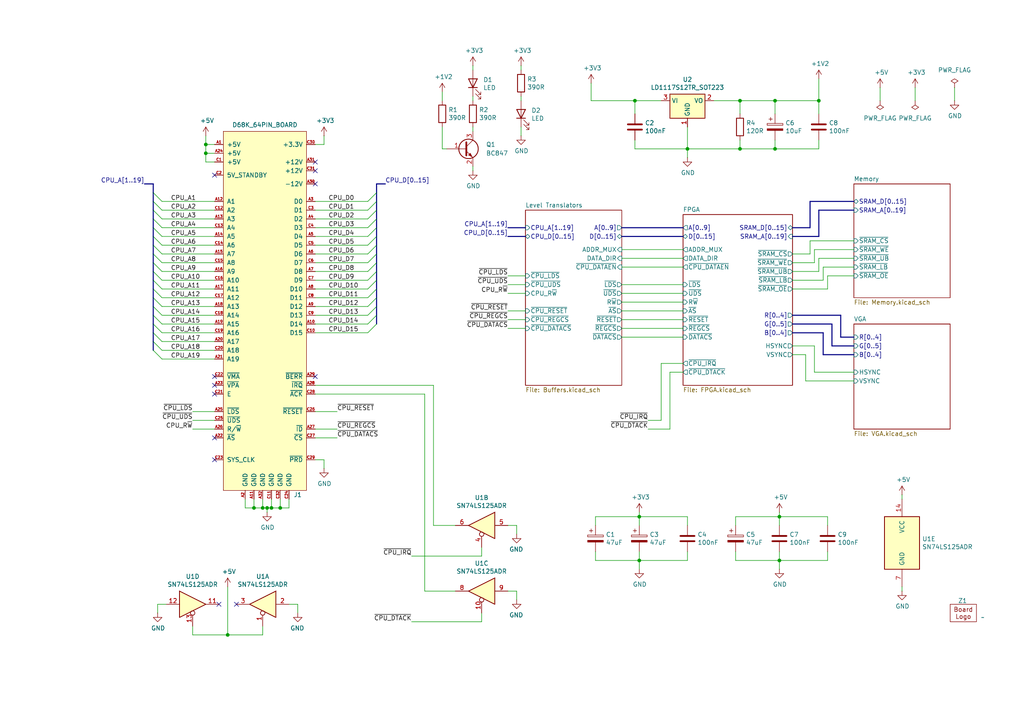
<source format=kicad_sch>
(kicad_sch (version 20250114) (generator "eeschema") (generator_version "9.0")
  (paper "A4")
  (lib_symbols
    (symbol "74xx:74LS125" (pin_names (offset 1.016))
      (property "Reference" "U" (at 0 1.27 0))
      (property "Value" "74LS125" (at 0 -1.27 0))
      (symbol "74LS125_1_0"
        (polyline (pts (xy -3.81 3.81) (xy -3.81 -3.81) (xy 3.81 0) (xy -3.81 3.81)) (stroke (width 0.254)) (fill (type background)))
        (pin input line (at -7.62 0 0) (length 3.81) (name "~") (number "2"))
        (pin input inverted (at 0 -6.35 90) (length 4.445) (name "~") (number "1"))
        (pin tri_state line (at 7.62 0 180) (length 3.81) (name "~") (number "3"))
      )
      (symbol "74LS125_2_0"
        (polyline (pts (xy -3.81 3.81) (xy -3.81 -3.81) (xy 3.81 0) (xy -3.81 3.81)) (stroke (width 0.254)) (fill (type background)))
        (pin input line (at -7.62 0 0) (length 3.81) (name "~") (number "5"))
        (pin input inverted (at 0 -6.35 90) (length 4.445) (name "~") (number "4"))
        (pin tri_state line (at 7.62 0 180) (length 3.81) (name "~") (number "6"))
      )
      (symbol "74LS125_3_0"
        (polyline (pts (xy -3.81 3.81) (xy -3.81 -3.81) (xy 3.81 0) (xy -3.81 3.81)) (stroke (width 0.254)) (fill (type background)))
        (pin input line (at -7.62 0 0) (length 3.81) (name "~") (number "9"))
        (pin input inverted (at 0 -6.35 90) (length 4.445) (name "~") (number "10"))
        (pin tri_state line (at 7.62 0 180) (length 3.81) (name "~") (number "8"))
      )
      (symbol "74LS125_4_0"
        (polyline (pts (xy -3.81 3.81) (xy -3.81 -3.81) (xy 3.81 0) (xy -3.81 3.81)) (stroke (width 0.254)) (fill (type background)))
        (pin input line (at -7.62 0 0) (length 3.81) (name "~") (number "12"))
        (pin input inverted (at 0 -6.35 90) (length 4.445) (name "~") (number "13"))
        (pin tri_state line (at 7.62 0 180) (length 3.81) (name "~") (number "11"))
      )
      (symbol "74LS125_5_0"
        (pin power_in line (at 0 12.7 270) (length 5.08) (name "VCC") (number "14"))
        (pin power_in line (at 0 -12.7 90) (length 5.08) (name "GND") (number "7"))
      )
      (symbol "74LS125_5_1"
        (rectangle (start -5.08 7.62) (end 5.08 -7.62) (stroke (width 0.254)) (fill (type background)))
      )
    )
    (symbol "Ddraig:D68K_64PIN_BOARD" (pin_names (offset 1.016))
      (property "Reference" "J" (at -11.43 53.34 0))
      (property "Value" "D68K_64PIN_BOARD" (at -2.54 50.8 0))
      (symbol "D68K_64PIN_BOARD_0_1"
        (rectangle (start -12.7 48.26) (end 11.43 -55.88) (fill (type background)))
      )
      (symbol "D68K_64PIN_BOARD_1_1"
        (pin power_in line (at -15.24 44.45 0) (length 2.54) (name "+5V") (number "A1"))
        (pin power_in line (at -15.24 41.91 0) (length 2.54) (name "+5V") (number "A24"))
        (pin power_in line (at -15.24 39.37 0) (length 2.54) (name "+5V") (number "C1"))
        (pin power_in line (at -15.24 35.56 0) (length 2.54) (name "5V_STANDBY") (number "C2"))
        (pin output line (at -15.24 27.94 0) (length 2.54) (name "A1") (number "A12"))
        (pin output line (at -15.24 25.4 0) (length 2.54) (name "A2") (number "C12"))
        (pin output line (at -15.24 22.86 0) (length 2.54) (name "A3") (number "A13"))
        (pin output line (at -15.24 20.32 0) (length 2.54) (name "A4") (number "C13"))
        (pin output line (at -15.24 17.78 0) (length 2.54) (name "A5") (number "A14"))
        (pin output line (at -15.24 15.24 0) (length 2.54) (name "A6") (number "C14"))
        (pin output line (at -15.24 12.7 0) (length 2.54) (name "A7") (number "A15"))
        (pin output line (at -15.24 10.16 0) (length 2.54) (name "A8") (number "C15"))
        (pin output line (at -15.24 7.62 0) (length 2.54) (name "A9") (number "A16"))
        (pin output line (at -15.24 5.08 0) (length 2.54) (name "A10") (number "C16"))
        (pin output line (at -15.24 2.54 0) (length 2.54) (name "A11") (number "A17"))
        (pin output line (at -15.24 0 0) (length 2.54) (name "A12") (number "C17"))
        (pin output line (at -15.24 -2.54 0) (length 2.54) (name "A13") (number "A18"))
        (pin output line (at -15.24 -5.08 0) (length 2.54) (name "A14") (number "C18"))
        (pin output line (at -15.24 -7.62 0) (length 2.54) (name "A15") (number "A19"))
        (pin output line (at -15.24 -10.16 0) (length 2.54) (name "A16") (number "C19"))
        (pin output line (at -15.24 -12.7 0) (length 2.54) (name "A17") (number "A20"))
        (pin output line (at -15.24 -15.24 0) (length 2.54) (name "A18") (number "C20"))
        (pin output line (at -15.24 -17.78 0) (length 2.54) (name "A19") (number "A21"))
        (pin output line (at -15.24 -22.86 0) (length 2.54) (name "~{VMA}") (number "C22"))
        (pin output line (at -15.24 -25.4 0) (length 2.54) (name "~{VPA}") (number "A23"))
        (pin output line (at -15.24 -27.94 0) (length 2.54) (name "E") (number "C21"))
        (pin output line (at -15.24 -33.02 0) (length 2.54) (name "~{LDS}") (number "A25"))
        (pin output line (at -15.24 -35.56 0) (length 2.54) (name "~{UDS}") (number "C25"))
        (pin output line (at -15.24 -38.1 0) (length 2.54) (name "R/~{W}") (number "A26"))
        (pin output line (at -15.24 -40.64 0) (length 2.54) (name "~{AS}") (number "A22"))
        (pin output line (at -15.24 -46.99 0) (length 2.54) (name "SYS_CLK") (number "C23"))
        (pin power_in line (at -6.35 -58.42 90) (length 2.54) (name "GND") (number "A2"))
        (pin power_in line (at -3.81 -58.42 90) (length 2.54) (name "GND") (number "A11"))
        (pin power_in line (at -1.27 -58.42 90) (length 2.54) (name "GND") (number "A32"))
        (pin power_in line (at 1.27 -58.42 90) (length 2.54) (name "GND") (number "C11"))
        (pin power_in line (at 3.81 -58.42 90) (length 2.54) (name "GND") (number "C32"))
        (pin power_in line (at 6.35 -58.42 90) (length 2.54) (name "GND") (number "C24"))
        (pin power_in line (at 13.97 44.45 180) (length 2.54) (name "+3.3V") (number "C30"))
        (pin power_in line (at 13.97 39.37 180) (length 2.54) (name "+12V") (number "A31"))
        (pin power_in line (at 13.97 36.83 180) (length 2.54) (name "+12V") (number "C31"))
        (pin power_in line (at 13.97 33.02 180) (length 2.54) (name "-12V") (number "A30"))
        (pin bidirectional line (at 13.97 27.94 180) (length 2.54) (name "D0") (number "A3"))
        (pin bidirectional line (at 13.97 25.4 180) (length 2.54) (name "D1") (number "C3"))
        (pin bidirectional line (at 13.97 22.86 180) (length 2.54) (name "D2") (number "A4"))
        (pin bidirectional line (at 13.97 20.32 180) (length 2.54) (name "D3") (number "C4"))
        (pin bidirectional line (at 13.97 17.78 180) (length 2.54) (name "D4") (number "A5"))
        (pin bidirectional line (at 13.97 15.24 180) (length 2.54) (name "D5") (number "C5"))
        (pin bidirectional line (at 13.97 12.7 180) (length 2.54) (name "D6") (number "A6"))
        (pin bidirectional line (at 13.97 10.16 180) (length 2.54) (name "D7") (number "C6"))
        (pin bidirectional line (at 13.97 7.62 180) (length 2.54) (name "D8") (number "A7"))
        (pin bidirectional line (at 13.97 5.08 180) (length 2.54) (name "D9") (number "C7"))
        (pin bidirectional line (at 13.97 2.54 180) (length 2.54) (name "D10") (number "A8"))
        (pin bidirectional line (at 13.97 0 180) (length 2.54) (name "D11") (number "C8"))
        (pin bidirectional line (at 13.97 -2.54 180) (length 2.54) (name "D12") (number "A9"))
        (pin bidirectional line (at 13.97 -5.08 180) (length 2.54) (name "D13") (number "C9"))
        (pin bidirectional line (at 13.97 -7.62 180) (length 2.54) (name "D14") (number "A10"))
        (pin bidirectional line (at 13.97 -10.16 180) (length 2.54) (name "D15") (number "C10"))
        (pin input line (at 13.97 -22.86 180) (length 2.54) (name "~{BERR}") (number "A29"))
        (pin input line (at 13.97 -25.4 180) (length 2.54) (name "~{IRQ}") (number "A28"))
        (pin input line (at 13.97 -27.94 180) (length 2.54) (name "~{ACK}") (number "C28"))
        (pin output line (at 13.97 -33.02 180) (length 2.54) (name "~{RESET}") (number "C26"))
        (pin output line (at 13.97 -38.1 180) (length 2.54) (name "~{ID}") (number "A27"))
        (pin output line (at 13.97 -40.64 180) (length 2.54) (name "~{CS}") (number "C27"))
        (pin passive line (at 13.97 -46.99 180) (length 2.54) (name "~{PRD}") (number "C29"))
      )
    )
    (symbol "Ddraig:DdraigLogo"
      (property "Reference" "Z" (at 0 0 0))
      (symbol "DdraigLogo_0_1"
        (rectangle (start -3.81 2.54) (end 3.81 -2.54))
      )
      (symbol "DdraigLogo_1_1"
        (text "Board\nLogo" (at 0 0 0) (effects (font (size 1.27 1.27))))
      )
    )
    (symbol "Device:C" (pin_numbers (hide yes)) (pin_names (offset 0.254))
      (property "Reference" "C" (at 0.635 2.54 0))
      (property "Value" "C" (at 0.635 -2.54 0))
      (symbol "C_0_1"
        (polyline (pts (xy -2.032 0.762) (xy 2.032 0.762)) (stroke (width 0.508)))
        (polyline (pts (xy -2.032 -0.762) (xy 2.032 -0.762)) (stroke (width 0.508)))
      )
      (symbol "C_1_1"
        (pin passive line (at 0 3.81 270) (length 2.794) (name "~") (number "1"))
        (pin passive line (at 0 -3.81 90) (length 2.794) (name "~") (number "2"))
      )
    )
    (symbol "Device:C_Polarized" (pin_numbers (hide yes)) (pin_names (offset 0.254))
      (property "Reference" "C" (at 0.635 2.54 0))
      (property "Value" "C_Polarized" (at 0.635 -2.54 0))
      (symbol "C_Polarized_0_1"
        (rectangle (start -2.286 0.508) (end 2.286 1.016))
        (polyline (pts (xy -1.778 2.286) (xy -0.762 2.286)))
        (polyline (pts (xy -1.27 2.794) (xy -1.27 1.778)))
        (rectangle (start 2.286 -0.508) (end -2.286 -1.016) (fill (type outline)))
      )
      (symbol "C_Polarized_1_1"
        (pin passive line (at 0 3.81 270) (length 2.794) (name "~") (number "1"))
        (pin passive line (at 0 -3.81 90) (length 2.794) (name "~") (number "2"))
      )
    )
    (symbol "Device:LED" (pin_numbers (hide yes)) (pin_names (offset 1.016) (hide yes))
      (property "Reference" "D" (at 0 2.54 0))
      (property "Value" "LED" (at 0 -2.54 0))
      (symbol "LED_0_1"
        (polyline (pts (xy -3.048 -0.762) (xy -4.572 -2.286) (xy -3.81 -2.286) (xy -4.572 -2.286) (xy -4.572 -1.524)))
        (polyline (pts (xy -1.778 -0.762) (xy -3.302 -2.286) (xy -2.54 -2.286) (xy -3.302 -2.286) (xy -3.302 -1.524)))
        (polyline (pts (xy -1.27 0) (xy 1.27 0)))
        (polyline (pts (xy -1.27 -1.27) (xy -1.27 1.27)) (stroke (width 0.254)))
        (polyline (pts (xy 1.27 -1.27) (xy 1.27 1.27) (xy -1.27 0) (xy 1.27 -1.27)) (stroke (width 0.254)))
      )
      (symbol "LED_1_1"
        (pin passive line (at -3.81 0 0) (length 2.54) (name "K") (number "1"))
        (pin passive line (at 3.81 0 180) (length 2.54) (name "A") (number "2"))
      )
    )
    (symbol "Device:R" (pin_numbers (hide yes)) (pin_names (offset 0))
      (property "Reference" "R" (at 2.032 0 90))
      (property "Value" "R" (at 0 0 90))
      (symbol "R_0_1"
        (rectangle (start -1.016 -2.54) (end 1.016 2.54) (stroke (width 0.254)))
      )
      (symbol "R_1_1"
        (pin passive line (at 0 3.81 270) (length 1.27) (name "~") (number "1"))
        (pin passive line (at 0 -3.81 90) (length 1.27) (name "~") (number "2"))
      )
    )
    (symbol "Regulator_Linear:LD1117S12TR_SOT223"
      (property "Reference" "U" (at -3.81 3.175 0))
      (property "Value" "LD1117S12TR_SOT223" (at 0 3.175 0))
      (symbol "LD1117S12TR_SOT223_0_1"
        (rectangle (start -5.08 -5.08) (end 5.08 1.905) (stroke (width 0.254)) (fill (type background)))
      )
      (symbol "LD1117S12TR_SOT223_1_1"
        (pin power_in line (at -7.62 0 0) (length 2.54) (name "VI") (number "3"))
        (pin power_in line (at 0 -7.62 90) (length 2.54) (name "GND") (number "1"))
        (pin power_out line (at 7.62 0 180) (length 2.54) (name "VO") (number "2"))
      )
    )
    (symbol "Transistor_BJT:BC847" (pin_names (offset 0) (hide yes))
      (property "Reference" "Q" (at 5.08 1.905 0))
      (property "Value" "BC847" (at 5.08 0 0))
      (symbol "BC847_0_1"
        (polyline (pts (xy 0.635 1.905) (xy 0.635 -1.905) (xy 0.635 -1.905)) (stroke (width 0.508)))
        (polyline (pts (xy 0.635 0.635) (xy 2.54 2.54)))
        (polyline (pts (xy 0.635 -0.635) (xy 2.54 -2.54) (xy 2.54 -2.54)))
        (circle (center 1.27 0) (radius 2.8194) (stroke (width 0.254)))
        (polyline (pts (xy 1.27 -1.778) (xy 1.778 -1.27) (xy 2.286 -2.286) (xy 1.27 -1.778) (xy 1.27 -1.778)) (fill (type outline)))
      )
      (symbol "BC847_1_1"
        (pin input line (at -5.08 0 0) (length 5.715) (name "B") (number "1"))
        (pin passive line (at 2.54 5.08 270) (length 2.54) (name "C") (number "3"))
        (pin passive line (at 2.54 -5.08 90) (length 2.54) (name "E") (number "2"))
      )
    )
    (symbol "power:+1V2" (power) (pin_numbers (hide yes)) (pin_names (offset 0) (hide yes))
      (property "Value" "+1V2" (at 0 3.556 0))
      (symbol "+1V2_0_1"
        (polyline (pts (xy -0.762 1.27) (xy 0 2.54)))
        (polyline (pts (xy 0 2.54) (xy 0.762 1.27)))
        (polyline (pts (xy 0 0) (xy 0 2.54)))
      )
      (symbol "+1V2_1_1"
        (pin power_in line (at 0 0 90) (length 0) (name "~") (number "1"))
      )
    )
    (symbol "power:+3V3" (power) (pin_numbers (hide yes)) (pin_names (offset 0) (hide yes))
      (property "Value" "+3V3" (at 0 3.556 0))
      (symbol "+3V3_0_1"
        (polyline (pts (xy -0.762 1.27) (xy 0 2.54)))
        (polyline (pts (xy 0 2.54) (xy 0.762 1.27)))
        (polyline (pts (xy 0 0) (xy 0 2.54)))
      )
      (symbol "+3V3_1_1"
        (pin power_in line (at 0 0 90) (length 0) (name "~") (number "1"))
      )
    )
    (symbol "power:+5V" (power) (pin_numbers (hide yes)) (pin_names (offset 0) (hide yes))
      (property "Value" "+5V" (at 0 3.556 0))
      (symbol "+5V_0_1"
        (polyline (pts (xy -0.762 1.27) (xy 0 2.54)))
        (polyline (pts (xy 0 2.54) (xy 0.762 1.27)))
        (polyline (pts (xy 0 0) (xy 0 2.54)))
      )
      (symbol "+5V_1_1"
        (pin power_in line (at 0 0 90) (length 0) (name "~") (number "1"))
      )
    )
    (symbol "power:GND" (power) (pin_numbers (hide yes)) (pin_names (offset 0) (hide yes))
      (property "Value" "GND" (at 0 -3.81 0))
      (symbol "GND_0_1"
        (polyline (pts (xy 0 0) (xy 0 -1.27) (xy 1.27 -1.27) (xy 0 -2.54) (xy -1.27 -1.27) (xy 0 -1.27)))
      )
      (symbol "GND_1_1"
        (pin power_in line (at 0 0 270) (length 0) (name "~") (number "1"))
      )
    )
    (symbol "power:PWR_FLAG" (power) (pin_numbers (hide yes)) (pin_names (offset 0) (hide yes))
      (property "Value" "PWR_FLAG" (at 0 3.81 0))
      (symbol "PWR_FLAG_0_0"
        (pin power_out line (at 0 0 90) (length 0) (name "~") (number "1"))
      )
      (symbol "PWR_FLAG_0_1"
        (polyline (pts (xy 0 0) (xy 0 1.27) (xy -1.016 1.905) (xy 0 2.54) (xy 1.016 1.905) (xy 0 1.27)))
      )
    )
  )
  (junction (at 59.69 41.91))
  (junction (at 237.49 29.21))
  (junction (at 66.04 184.15))
  (junction (at 73.66 147.32))
  (junction (at 214.63 29.21))
  (junction (at 226.06 149.86))
  (junction (at 185.42 162.56))
  (junction (at 78.74 147.32))
  (junction (at 226.06 162.56))
  (junction (at 59.69 44.45))
  (junction (at 76.2 147.32))
  (junction (at 224.79 43.18))
  (junction (at 185.42 149.86))
  (junction (at 184.15 29.21))
  (junction (at 81.28 147.32))
  (junction (at 199.39 43.18))
  (junction (at 77.47 147.32))
  (junction (at 224.79 29.21))
  (junction (at 214.63 43.18))
  (no_connect (at 91.44 46.99))
  (no_connect (at 62.23 127))
  (no_connect (at 91.44 49.53))
  (no_connect (at 91.44 109.22))
  (no_connect (at 62.23 111.76))
  (no_connect (at 62.23 114.3))
  (no_connect (at 62.23 50.8))
  (no_connect (at 62.23 133.35))
  (no_connect (at 68.58 175.26))
  (no_connect (at 91.44 53.34))
  (no_connect (at 62.23 109.22))
  (no_connect (at 63.5 175.26))
  (bus_entry (at 44.45 63.5) (size 2.54 2.54))
  (bus_entry (at 44.45 55.88) (size 2.54 2.54))
  (bus_entry (at 44.45 83.82) (size 2.54 2.54))
  (bus_entry (at 109.22 55.88) (size -2.54 2.54))
  (bus_entry (at 44.45 88.9) (size 2.54 2.54))
  (bus_entry (at 109.22 78.74) (size -2.54 2.54))
  (bus_entry (at 44.45 101.6) (size 2.54 2.54))
  (bus_entry (at 109.22 63.5) (size -2.54 2.54))
  (bus_entry (at 44.45 76.2) (size 2.54 2.54))
  (bus_entry (at 44.45 71.12) (size 2.54 2.54))
  (bus_entry (at 44.45 60.96) (size 2.54 2.54))
  (bus_entry (at 44.45 86.36) (size 2.54 2.54))
  (bus_entry (at 109.22 60.96) (size -2.54 2.54))
  (bus_entry (at 109.22 93.98) (size -2.54 2.54))
  (bus_entry (at 44.45 78.74) (size 2.54 2.54))
  (bus_entry (at 44.45 73.66) (size 2.54 2.54))
  (bus_entry (at 109.22 76.2) (size -2.54 2.54))
  (bus_entry (at 44.45 68.58) (size 2.54 2.54))
  (bus_entry (at 109.22 58.42) (size -2.54 2.54))
  (bus_entry (at 44.45 93.98) (size 2.54 2.54))
  (bus_entry (at 44.45 58.42) (size 2.54 2.54))
  (bus_entry (at 109.22 83.82) (size -2.54 2.54))
  (bus_entry (at 109.22 81.28) (size -2.54 2.54))
  (bus_entry (at 109.22 91.44) (size -2.54 2.54))
  (bus_entry (at 109.22 88.9) (size -2.54 2.54))
  (bus_entry (at 44.45 91.44) (size 2.54 2.54))
  (bus_entry (at 44.45 99.06) (size 2.54 2.54))
  (bus_entry (at 109.22 66.04) (size -2.54 2.54))
  (bus_entry (at 109.22 86.36) (size -2.54 2.54))
  (bus_entry (at 109.22 73.66) (size -2.54 2.54))
  (bus_entry (at 109.22 71.12) (size -2.54 2.54))
  (bus_entry (at 44.45 66.04) (size 2.54 2.54))
  (bus_entry (at 109.22 68.58) (size -2.54 2.54))
  (bus_entry (at 44.45 96.52) (size 2.54 2.54))
  (bus_entry (at 44.45 81.28) (size 2.54 2.54))
  (wire (pts (xy 93.98 135.89) (xy 93.98 133.35)))
  (wire (pts (xy 45.72 175.26) (xy 48.26 175.26)))
  (wire (pts (xy 185.42 165.1) (xy 185.42 162.56)))
  (wire (pts (xy 62.23 93.98) (xy 46.99 93.98)))
  (wire (pts (xy 139.7 180.34) (xy 119.38 180.34)))
  (wire (pts (xy 185.42 160.02) (xy 185.42 162.56)))
  (bus (pts (xy 44.45 91.44) (xy 44.45 93.98)))
  (bus (pts (xy 234.95 58.42) (xy 234.95 66.04)))
  (bus (pts (xy 238.76 96.52) (xy 238.76 102.87)))
  (wire (pts (xy 139.7 161.29) (xy 139.7 158.75)))
  (bus (pts (xy 44.45 88.9) (xy 44.45 91.44)))
  (wire (pts (xy 240.03 80.01) (xy 247.65 80.01)))
  (wire (pts (xy 237.49 33.02) (xy 237.49 29.21)))
  (wire (pts (xy 59.69 46.99) (xy 59.69 44.45)))
  (wire (pts (xy 91.44 91.44) (xy 106.68 91.44)))
  (wire (pts (xy 229.87 81.28) (xy 238.76 81.28)))
  (bus (pts (xy 243.84 97.79) (xy 247.65 97.79)))
  (bus (pts (xy 44.45 66.04) (xy 44.45 68.58)))
  (wire (pts (xy 194.31 124.46) (xy 194.31 107.95)))
  (wire (pts (xy 55.88 184.15) (xy 66.04 184.15)))
  (bus (pts (xy 109.22 53.34) (xy 109.22 55.88)))
  (wire (pts (xy 237.49 74.93) (xy 237.49 78.74)))
  (wire (pts (xy 97.79 127) (xy 91.44 127)))
  (bus (pts (xy 44.45 96.52) (xy 44.45 99.06)))
  (wire (pts (xy 229.87 100.33) (xy 236.22 100.33)))
  (wire (pts (xy 62.23 44.45) (xy 59.69 44.45)))
  (wire (pts (xy 91.44 63.5) (xy 106.68 63.5)))
  (bus (pts (xy 44.45 58.42) (xy 44.45 60.96)))
  (wire (pts (xy 62.23 96.52) (xy 46.99 96.52)))
  (wire (pts (xy 172.72 162.56) (xy 185.42 162.56)))
  (wire (pts (xy 180.34 92.71) (xy 198.12 92.71)))
  (wire (pts (xy 214.63 43.18) (xy 214.63 40.64)))
  (wire (pts (xy 91.44 88.9) (xy 106.68 88.9)))
  (wire (pts (xy 185.42 162.56) (xy 199.39 162.56)))
  (wire (pts (xy 240.03 149.86) (xy 240.03 152.4)))
  (wire (pts (xy 128.27 43.18) (xy 129.54 43.18)))
  (bus (pts (xy 109.22 68.58) (xy 109.22 71.12)))
  (wire (pts (xy 261.62 143.51) (xy 261.62 144.78)))
  (wire (pts (xy 91.44 86.36) (xy 106.68 86.36)))
  (bus (pts (xy 243.84 91.44) (xy 243.84 97.79)))
  (wire (pts (xy 91.44 76.2) (xy 106.68 76.2)))
  (wire (pts (xy 234.95 69.85) (xy 247.65 69.85)))
  (wire (pts (xy 191.77 29.21) (xy 184.15 29.21)))
  (wire (pts (xy 62.23 63.5) (xy 46.99 63.5)))
  (wire (pts (xy 152.4 85.09) (xy 147.32 85.09)))
  (wire (pts (xy 86.36 175.26) (xy 86.36 177.8)))
  (wire (pts (xy 180.34 97.79) (xy 198.12 97.79)))
  (bus (pts (xy 44.45 68.58) (xy 44.45 71.12)))
  (wire (pts (xy 198.12 85.09) (xy 180.34 85.09)))
  (wire (pts (xy 91.44 71.12) (xy 106.68 71.12)))
  (bus (pts (xy 44.45 63.5) (xy 44.45 66.04)))
  (wire (pts (xy 93.98 133.35) (xy 91.44 133.35)))
  (bus (pts (xy 44.45 86.36) (xy 44.45 88.9)))
  (wire (pts (xy 83.82 147.32) (xy 83.82 144.78)))
  (wire (pts (xy 226.06 149.86) (xy 240.03 149.86)))
  (wire (pts (xy 139.7 177.8) (xy 139.7 180.34)))
  (wire (pts (xy 180.34 72.39) (xy 198.12 72.39)))
  (wire (pts (xy 128.27 36.83) (xy 128.27 43.18)))
  (wire (pts (xy 78.74 147.32) (xy 81.28 147.32)))
  (wire (pts (xy 199.39 43.18) (xy 199.39 45.72)))
  (bus (pts (xy 109.22 63.5) (xy 109.22 66.04)))
  (wire (pts (xy 137.16 38.1) (xy 137.16 36.83)))
  (wire (pts (xy 91.44 96.52) (xy 106.68 96.52)))
  (wire (pts (xy 247.65 110.49) (xy 233.68 110.49)))
  (wire (pts (xy 213.36 160.02) (xy 213.36 162.56)))
  (bus (pts (xy 44.45 55.88) (xy 44.45 58.42)))
  (wire (pts (xy 151.13 29.21) (xy 151.13 27.94)))
  (wire (pts (xy 91.44 60.96) (xy 106.68 60.96)))
  (bus (pts (xy 44.45 78.74) (xy 44.45 81.28)))
  (wire (pts (xy 77.47 148.59) (xy 77.47 147.32)))
  (wire (pts (xy 191.77 121.92) (xy 187.96 121.92)))
  (bus (pts (xy 109.22 58.42) (xy 109.22 60.96)))
  (wire (pts (xy 73.66 147.32) (xy 76.2 147.32)))
  (wire (pts (xy 62.23 99.06) (xy 46.99 99.06)))
  (wire (pts (xy 226.06 160.02) (xy 226.06 162.56)))
  (wire (pts (xy 91.44 114.3) (xy 123.19 114.3)))
  (wire (pts (xy 91.44 66.04) (xy 106.68 66.04)))
  (bus (pts (xy 109.22 81.28) (xy 109.22 83.82)))
  (wire (pts (xy 81.28 147.32) (xy 83.82 147.32)))
  (wire (pts (xy 152.4 80.01) (xy 147.32 80.01)))
  (bus (pts (xy 241.3 100.33) (xy 247.65 100.33)))
  (bus (pts (xy 44.45 76.2) (xy 44.45 78.74)))
  (wire (pts (xy 125.73 152.4) (xy 132.08 152.4)))
  (wire (pts (xy 238.76 81.28) (xy 238.76 77.47)))
  (wire (pts (xy 76.2 144.78) (xy 76.2 147.32)))
  (wire (pts (xy 91.44 81.28) (xy 106.68 81.28)))
  (wire (pts (xy 76.2 184.15) (xy 76.2 181.61)))
  (wire (pts (xy 147.32 90.17) (xy 152.4 90.17)))
  (wire (pts (xy 71.12 144.78) (xy 71.12 147.32)))
  (wire (pts (xy 185.42 148.59) (xy 185.42 149.86)))
  (bus (pts (xy 241.3 100.33) (xy 241.3 93.98)))
  (wire (pts (xy 185.42 149.86) (xy 185.42 152.4)))
  (wire (pts (xy 62.23 101.6) (xy 46.99 101.6)))
  (wire (pts (xy 91.44 124.46) (xy 97.79 124.46)))
  (wire (pts (xy 198.12 87.63) (xy 180.34 87.63)))
  (bus (pts (xy 109.22 60.96) (xy 109.22 63.5)))
  (wire (pts (xy 172.72 160.02) (xy 172.72 162.56)))
  (wire (pts (xy 62.23 104.14) (xy 46.99 104.14)))
  (wire (pts (xy 91.44 41.91) (xy 93.98 41.91)))
  (wire (pts (xy 224.79 43.18) (xy 237.49 43.18)))
  (wire (pts (xy 276.86 29.21) (xy 276.86 25.4)))
  (wire (pts (xy 119.38 161.29) (xy 139.7 161.29)))
  (bus (pts (xy 229.87 91.44) (xy 243.84 91.44)))
  (bus (pts (xy 234.95 66.04) (xy 229.87 66.04)))
  (wire (pts (xy 45.72 177.8) (xy 45.72 175.26)))
  (wire (pts (xy 73.66 144.78) (xy 73.66 147.32)))
  (wire (pts (xy 62.23 58.42) (xy 46.99 58.42)))
  (wire (pts (xy 62.23 81.28) (xy 46.99 81.28)))
  (wire (pts (xy 97.79 119.38) (xy 91.44 119.38)))
  (wire (pts (xy 240.03 162.56) (xy 240.03 160.02)))
  (bus (pts (xy 44.45 71.12) (xy 44.45 73.66)))
  (wire (pts (xy 91.44 73.66) (xy 106.68 73.66)))
  (bus (pts (xy 44.45 53.34) (xy 44.45 55.88)))
  (wire (pts (xy 137.16 48.26) (xy 137.16 49.53)))
  (wire (pts (xy 224.79 43.18) (xy 224.79 40.64)))
  (wire (pts (xy 226.06 165.1) (xy 226.06 162.56)))
  (wire (pts (xy 171.45 29.21) (xy 171.45 24.13)))
  (wire (pts (xy 226.06 148.59) (xy 226.06 149.86)))
  (wire (pts (xy 214.63 33.02) (xy 214.63 29.21)))
  (bus (pts (xy 109.22 73.66) (xy 109.22 76.2)))
  (wire (pts (xy 213.36 149.86) (xy 226.06 149.86)))
  (wire (pts (xy 62.23 71.12) (xy 46.99 71.12)))
  (bus (pts (xy 44.45 73.66) (xy 44.45 76.2)))
  (wire (pts (xy 224.79 29.21) (xy 237.49 29.21)))
  (wire (pts (xy 172.72 152.4) (xy 172.72 149.86)))
  (wire (pts (xy 187.96 124.46) (xy 194.31 124.46)))
  (wire (pts (xy 77.47 147.32) (xy 78.74 147.32)))
  (wire (pts (xy 137.16 29.21) (xy 137.16 27.94)))
  (wire (pts (xy 199.39 36.83) (xy 199.39 43.18)))
  (wire (pts (xy 62.23 66.04) (xy 46.99 66.04)))
  (wire (pts (xy 59.69 41.91) (xy 59.69 39.37)))
  (wire (pts (xy 224.79 33.02) (xy 224.79 29.21)))
  (wire (pts (xy 184.15 29.21) (xy 171.45 29.21)))
  (wire (pts (xy 128.27 26.67) (xy 128.27 29.21)))
  (bus (pts (xy 109.22 83.82) (xy 109.22 86.36)))
  (wire (pts (xy 207.01 29.21) (xy 214.63 29.21)))
  (wire (pts (xy 66.04 184.15) (xy 76.2 184.15)))
  (wire (pts (xy 184.15 33.02) (xy 184.15 29.21)))
  (wire (pts (xy 255.27 25.4) (xy 255.27 29.21)))
  (wire (pts (xy 147.32 95.25) (xy 152.4 95.25)))
  (bus (pts (xy 44.45 60.96) (xy 44.45 63.5)))
  (wire (pts (xy 236.22 72.39) (xy 247.65 72.39)))
  (wire (pts (xy 55.88 121.92) (xy 62.23 121.92)))
  (wire (pts (xy 62.23 76.2) (xy 46.99 76.2)))
  (wire (pts (xy 62.23 41.91) (xy 59.69 41.91)))
  (wire (pts (xy 214.63 43.18) (xy 224.79 43.18)))
  (bus (pts (xy 147.32 66.04) (xy 152.4 66.04)))
  (wire (pts (xy 137.16 19.05) (xy 137.16 20.32)))
  (wire (pts (xy 180.34 82.55) (xy 198.12 82.55)))
  (wire (pts (xy 62.23 73.66) (xy 46.99 73.66)))
  (wire (pts (xy 91.44 111.76) (xy 125.73 111.76)))
  (wire (pts (xy 62.23 88.9) (xy 46.99 88.9)))
  (wire (pts (xy 180.34 74.93) (xy 198.12 74.93)))
  (wire (pts (xy 62.23 91.44) (xy 46.99 91.44)))
  (bus (pts (xy 44.45 99.06) (xy 44.45 101.6)))
  (wire (pts (xy 234.95 73.66) (xy 234.95 69.85)))
  (bus (pts (xy 241.3 93.98) (xy 229.87 93.98)))
  (wire (pts (xy 226.06 162.56) (xy 240.03 162.56)))
  (wire (pts (xy 62.23 86.36) (xy 46.99 86.36)))
  (wire (pts (xy 236.22 100.33) (xy 236.22 107.95)))
  (bus (pts (xy 109.22 55.88) (xy 109.22 58.42)))
  (wire (pts (xy 62.23 119.38) (xy 55.88 119.38)))
  (wire (pts (xy 229.87 73.66) (xy 234.95 73.66)))
  (wire (pts (xy 233.68 102.87) (xy 229.87 102.87)))
  (bus (pts (xy 44.45 83.82) (xy 44.45 86.36)))
  (wire (pts (xy 91.44 93.98) (xy 106.68 93.98)))
  (wire (pts (xy 91.44 83.82) (xy 106.68 83.82)))
  (bus (pts (xy 109.22 78.74) (xy 109.22 81.28)))
  (wire (pts (xy 214.63 29.21) (xy 224.79 29.21)))
  (wire (pts (xy 78.74 144.78) (xy 78.74 147.32)))
  (wire (pts (xy 83.82 175.26) (xy 86.36 175.26)))
  (wire (pts (xy 91.44 58.42) (xy 106.68 58.42)))
  (wire (pts (xy 237.49 29.21) (xy 237.49 22.86)))
  (wire (pts (xy 151.13 19.05) (xy 151.13 20.32)))
  (wire (pts (xy 199.39 149.86) (xy 199.39 152.4)))
  (wire (pts (xy 199.39 43.18) (xy 214.63 43.18)))
  (wire (pts (xy 184.15 40.64) (xy 184.15 43.18)))
  (wire (pts (xy 185.42 149.86) (xy 199.39 149.86)))
  (wire (pts (xy 198.12 95.25) (xy 180.34 95.25)))
  (wire (pts (xy 213.36 152.4) (xy 213.36 149.86)))
  (bus (pts (xy 109.22 86.36) (xy 109.22 88.9)))
  (wire (pts (xy 91.44 78.74) (xy 106.68 78.74)))
  (wire (pts (xy 149.86 171.45) (xy 147.32 171.45)))
  (wire (pts (xy 62.23 83.82) (xy 46.99 83.82)))
  (wire (pts (xy 151.13 36.83) (xy 151.13 39.37)))
  (wire (pts (xy 123.19 171.45) (xy 132.08 171.45)))
  (bus (pts (xy 198.12 68.58) (xy 180.34 68.58)))
  (bus (pts (xy 109.22 66.04) (xy 109.22 68.58)))
  (wire (pts (xy 265.43 25.4) (xy 265.43 29.21)))
  (bus (pts (xy 109.22 71.12) (xy 109.22 73.66)))
  (wire (pts (xy 180.34 90.17) (xy 198.12 90.17)))
  (wire (pts (xy 213.36 162.56) (xy 226.06 162.56)))
  (wire (pts (xy 199.39 162.56) (xy 199.39 160.02)))
  (bus (pts (xy 147.32 68.58) (xy 152.4 68.58)))
  (bus (pts (xy 109.22 76.2) (xy 109.22 78.74)))
  (wire (pts (xy 236.22 76.2) (xy 236.22 72.39)))
  (wire (pts (xy 184.15 43.18) (xy 199.39 43.18)))
  (wire (pts (xy 237.49 43.18) (xy 237.49 40.64)))
  (wire (pts (xy 229.87 76.2) (xy 236.22 76.2)))
  (wire (pts (xy 62.23 124.46) (xy 55.88 124.46)))
  (wire (pts (xy 93.98 41.91) (xy 93.98 39.37)))
  (wire (pts (xy 71.12 147.32) (xy 73.66 147.32)))
  (wire (pts (xy 149.86 173.99) (xy 149.86 171.45)))
  (wire (pts (xy 237.49 74.93) (xy 247.65 74.93)))
  (bus (pts (xy 229.87 96.52) (xy 238.76 96.52)))
  (bus (pts (xy 237.49 60.96) (xy 247.65 60.96)))
  (wire (pts (xy 233.68 110.49) (xy 233.68 102.87)))
  (wire (pts (xy 236.22 107.95) (xy 247.65 107.95)))
  (wire (pts (xy 191.77 105.41) (xy 191.77 121.92)))
  (wire (pts (xy 147.32 82.55) (xy 152.4 82.55)))
  (bus (pts (xy 44.45 81.28) (xy 44.45 83.82)))
  (wire (pts (xy 226.06 149.86) (xy 226.06 152.4)))
  (bus (pts (xy 44.45 93.98) (xy 44.45 96.52)))
  (wire (pts (xy 55.88 181.61) (xy 55.88 184.15)))
  (wire (pts (xy 62.23 46.99) (xy 59.69 46.99)))
  (wire (pts (xy 172.72 149.86) (xy 185.42 149.86)))
  (wire (pts (xy 59.69 44.45) (xy 59.69 41.91)))
  (wire (pts (xy 152.4 92.71) (xy 147.32 92.71)))
  (wire (pts (xy 76.2 147.32) (xy 77.47 147.32)))
  (wire (pts (xy 149.86 152.4) (xy 149.86 154.94)))
  (wire (pts (xy 147.32 152.4) (xy 149.86 152.4)))
  (bus (pts (xy 109.22 88.9) (xy 109.22 91.44)))
  (wire (pts (xy 180.34 77.47) (xy 198.12 77.47)))
  (bus (pts (xy 238.76 102.87) (xy 247.65 102.87)))
  (wire (pts (xy 62.23 60.96) (xy 46.99 60.96)))
  (wire (pts (xy 229.87 83.82) (xy 240.03 83.82)))
  (wire (pts (xy 198.12 105.41) (xy 191.77 105.41)))
  (wire (pts (xy 81.28 144.78) (xy 81.28 147.32)))
  (wire (pts (xy 66.04 170.18) (xy 66.04 184.15)))
  (wire (pts (xy 261.62 171.45) (xy 261.62 170.18)))
  (wire (pts (xy 238.76 77.47) (xy 247.65 77.47)))
  (bus (pts (xy 237.49 68.58) (xy 237.49 60.96)))
  (wire (pts (xy 240.03 83.82) (xy 240.03 80.01)))
  (wire (pts (xy 237.49 78.74) (xy 229.87 78.74)))
  (bus (pts (xy 109.22 53.34) (xy 111.76 53.34)))
  (bus (pts (xy 41.91 53.34) (xy 44.45 53.34)))
  (bus (pts (xy 180.34 66.04) (xy 198.12 66.04)))
  (bus (pts (xy 229.87 68.58) (xy 237.49 68.58)))
  (wire (pts (xy 194.31 107.95) (xy 198.12 107.95)))
  (wire (pts (xy 123.19 114.3) (xy 123.19 171.45)))
  (wire (pts (xy 62.23 68.58) (xy 46.99 68.58)))
  (bus (pts (xy 109.22 91.44) (xy 109.22 93.98)))
  (wire (pts (xy 62.23 78.74) (xy 46.99 78.74)))
  (wire (pts (xy 125.73 111.76) (xy 125.73 152.4)))
  (wire (pts (xy 91.44 68.58) (xy 106.68 68.58)))
  (bus (pts (xy 247.65 58.42) (xy 234.95 58.42)))
  (label "~{CPU_IRQ}" (at 119.38 161.29 180))
  (label "CPU_A8" (at 49.53 76.2 0))
  (label "CPU_D13" (at 95.25 91.44 0))
  (label "CPU_D2" (at 95.25 63.5 0))
  (label "CPU_D0" (at 95.25 58.42 0))
  (label "~{CPU_RESET}" (at 97.79 119.38 0))
  (label "CPU_D1" (at 95.25 60.96 0))
  (label "CPU_R~{W}" (at 147.32 85.09 180))
  (label "~{CPU_IRQ}" (at 187.96 121.92 180))
  (label "CPU_R~{W}" (at 55.88 124.46 180))
  (label "CPU_A[1..19]" (at 41.91 53.34 180))
  (label "CPU_A[1..19]" (at 147.32 66.04 180))
  (label "CPU_D[0..15]" (at 111.76 53.34 0))
  (label "CPU_A2" (at 49.53 60.96 0))
  (label "CPU_A5" (at 49.53 68.58 0))
  (label "CPU_A19" (at 49.53 104.14 0))
  (label "~{CPU_DATACS}" (at 147.32 95.25 180))
  (label "~{CPU_UDS}" (at 147.32 82.55 180))
  (label "CPU_A1" (at 49.53 58.42 0))
  (label "CPU_A11" (at 49.53 83.82 0))
  (label "~{CPU_DTACK}" (at 119.38 180.34 180))
  (label "CPU_D11" (at 95.25 86.36 0))
  (label "CPU_A9" (at 49.53 78.74 0))
  (label "CPU_A4" (at 49.53 66.04 0))
  (label "CPU_A17" (at 49.53 99.06 0))
  (label "CPU_A3" (at 49.53 63.5 0))
  (label "~{CPU_REGCS}" (at 97.79 124.46 0))
  (label "CPU_D7" (at 95.25 76.2 0))
  (label "CPU_A6" (at 49.53 71.12 0))
  (label "~{CPU_DTACK}" (at 187.96 124.46 180))
  (label "CPU_A15" (at 49.53 93.98 0))
  (label "~{CPU_LDS}" (at 55.88 119.38 180))
  (label "CPU_A16" (at 49.53 96.52 0))
  (label "~{CPU_DATACS}" (at 97.79 127 0))
  (label "CPU_D[0..15]" (at 147.32 68.58 180))
  (label "CPU_A12" (at 49.53 86.36 0))
  (label "CPU_D12" (at 95.25 88.9 0))
  (label "CPU_D14" (at 95.25 93.98 0))
  (label "CPU_D3" (at 95.25 66.04 0))
  (label "CPU_A13" (at 49.53 88.9 0))
  (label "~{CPU_RESET}" (at 147.32 90.17 180))
  (label "~{CPU_UDS}" (at 55.88 121.92 180))
  (label "CPU_A14" (at 49.53 91.44 0))
  (label "CPU_D15" (at 95.25 96.52 0))
  (label "CPU_D8" (at 95.25 78.74 0))
  (label "CPU_D9" (at 95.25 81.28 0))
  (label "CPU_D6" (at 95.25 73.66 0))
  (label "CPU_D4" (at 95.25 68.58 0))
  (label "~{CPU_REGCS}" (at 147.32 92.71 180))
  (label "~{CPU_LDS}" (at 147.32 80.01 180))
  (label "CPU_D5" (at 95.25 71.12 0))
  (label "CPU_D10" (at 95.25 83.82 0))
  (label "CPU_A10" (at 49.53 81.28 0))
  (label "CPU_A18" (at 49.53 101.6 0))
  (label "CPU_A7" (at 49.53 73.66 0))
  (symbol (lib_id "Ddraig:D68K_64PIN_BOARD") (at 77.47 86.36 0) (unit 1)
    (property "Reference" "J1" (at 86.36 143.51 0))
    (property "Value" "D68K_64PIN_BOARD" (at 76.835 36.2204 0))
    (property "Footprint" "Ddraig:DIN41612_C_2x32_Male_Horizontal_THT" (effects (hide yes)))
  )
  (symbol (lib_id "power:+3V3") (at 93.98 39.37 0) (unit 1)
    (property "Reference" "#PWR06" (effects (hide yes)))
    (property "Value" "+3V3" (at 94.361 34.9758 0))
    (property "Description" "Power symbol creates a global label with name \"+3V3\"" (effects (hide yes)))
  )
  (symbol (lib_id "power:+5V") (at 59.69 39.37 0) (unit 1)
    (property "Reference" "#PWR02" (effects (hide yes)))
    (property "Value" "+5V" (at 60.071 34.9758 0))
    (property "Description" "Power symbol creates a global label with name \"+5V\"" (effects (hide yes)))
  )
  (symbol (lib_id "power:GND") (at 77.47 148.59 0) (unit 1)
    (property "Reference" "#PWR04" (effects (hide yes)))
    (property "Value" "GND" (at 77.597 152.9842 0))
    (property "Description" "Power symbol creates a global label with name \"GND\" , ground" (effects (hide yes)))
  )
  (symbol (lib_id "power:GND") (at 93.98 135.89 0) (unit 1)
    (property "Reference" "#PWR07" (effects (hide yes)))
    (property "Value" "GND" (at 94.107 140.2842 0))
    (property "Description" "Power symbol creates a global label with name \"GND\" , ground" (effects (hide yes)))
  )
  (symbol (lib_id "Device:C") (at 184.15 36.83 0) (unit 1)
    (property "Reference" "C2" (at 187.071 35.6616 0) (effects (justify left)))
    (property "Value" "100nF" (at 187.071 37.973 0) (effects (justify left)))
    (property "Footprint" "Capacitor_SMD:C_0805_2012Metric" (effects (hide yes)))
  )
  (symbol (lib_id "Regulator_Linear:LD1117S12TR_SOT223") (at 199.39 29.21 0) (unit 1)
    (property "Reference" "U2" (at 199.39 23.0632 0))
    (property "Value" "LD1117S12TR_SOT223" (at 199.39 25.3746 0))
    (property "Footprint" "Package_TO_SOT_SMD:SOT-223-3_TabPin2" (effects (hide yes)))
    (property "Datasheet" "http://www.st.com/st-web-ui/static/active/en/resource/technical/document/datasheet/CD00000544.pdf" (effects (hide yes)))
    (property "Description" "800mA Fixed Low Drop Positive Voltage Regulator, Fixed Output 1.2V, SOT-223" (effects (hide yes)))
  )
  (symbol (lib_id "power:+3V3") (at 171.45 24.13 0) (unit 1)
    (property "Reference" "#PWR015" (effects (hide yes)))
    (property "Value" "+3V3" (at 171.831 19.7358 0))
    (property "Description" "Power symbol creates a global label with name \"+3V3\"" (effects (hide yes)))
  )
  (symbol (lib_id "power:+1V2") (at 237.49 22.86 0) (unit 1)
    (property "Reference" "#PWR021" (effects (hide yes)))
    (property "Value" "+1V2" (at 237.871 18.4658 0))
    (property "Description" "Power symbol creates a global label with name \"+1V2\"" (effects (hide yes)))
  )
  (symbol (lib_id "Device:R") (at 214.63 36.83 0) (unit 1)
    (property "Reference" "R4" (at 216.408 35.6616 0) (effects (justify left)))
    (property "Value" "120R" (at 216.408 37.973 0) (effects (justify left)))
    (property "Footprint" "Resistor_SMD:R_0805_2012Metric" (effects (hide yes)))
  )
  (symbol (lib_id "Device:C_Polarized") (at 224.79 36.83 0) (unit 1)
    (property "Reference" "C6" (at 227.7872 35.6616 0) (effects (justify left)))
    (property "Value" "10uF" (at 227.7872 37.973 0) (effects (justify left)))
    (property "Footprint" "Capacitor_SMD:CP_Elec_4x5.3" (effects (hide yes)))
  )
  (symbol (lib_id "power:GND") (at 199.39 45.72 0) (unit 1)
    (property "Reference" "#PWR018" (effects (hide yes)))
    (property "Value" "GND" (at 199.517 50.1142 0))
    (property "Description" "Power symbol creates a global label with name \"GND\" , ground" (effects (hide yes)))
  )
  (symbol (lib_id "power:+5V") (at 226.06 148.59 0) (unit 1)
    (property "Reference" "#PWR019" (effects (hide yes)))
    (property "Value" "+5V" (at 226.441 144.1958 0))
    (property "Description" "Power symbol creates a global label with name \"+5V\"" (effects (hide yes)))
  )
  (symbol (lib_id "power:GND") (at 226.06 165.1 0) (unit 1)
    (property "Reference" "#PWR020" (effects (hide yes)))
    (property "Value" "GND" (at 226.187 169.4942 0))
    (property "Description" "Power symbol creates a global label with name \"GND\" , ground" (effects (hide yes)))
  )
  (symbol (lib_id "Device:C") (at 226.06 156.21 0) (unit 1)
    (property "Reference" "C7" (at 228.981 155.0416 0) (effects (justify left)))
    (property "Value" "100nF" (at 228.981 157.353 0) (effects (justify left)))
    (property "Footprint" "Capacitor_SMD:C_0805_2012Metric" (effects (hide yes)))
  )
  (symbol (lib_id "Device:C") (at 240.03 156.21 0) (unit 1)
    (property "Reference" "C9" (at 242.951 155.0416 0) (effects (justify left)))
    (property "Value" "100nF" (at 242.951 157.353 0) (effects (justify left)))
    (property "Footprint" "Capacitor_SMD:C_0805_2012Metric" (effects (hide yes)))
  )
  (symbol (lib_id "74xx:74LS125") (at 76.2 175.26 0) (mirror y) (unit 1)
    (property "Reference" "U1" (at 76.2 167.2082 0))
    (property "Value" "SN74LS125ADR" (at 76.2 169.5196 0))
    (property "Footprint" "Package_SO:SO-14_3.9x8.65mm_P1.27mm" (effects (hide yes)))
    (property "Datasheet" "http://www.ti.com/lit/gpn/sn74LS125" (effects (hide yes)))
  )
  (symbol (lib_id "74xx:74LS125") (at 139.7 152.4 0) (mirror y) (unit 2)
    (property "Reference" "U1" (at 139.7 144.3482 0))
    (property "Value" "SN74LS125ADR" (at 139.7 146.6596 0))
    (property "Footprint" "Package_SO:SO-14_3.9x8.65mm_P1.27mm" (effects (hide yes)))
    (property "Datasheet" "http://www.ti.com/lit/gpn/sn74LS125" (effects (hide yes)))
  )
  (symbol (lib_id "74xx:74LS125") (at 139.7 171.45 0) (mirror y) (unit 3)
    (property "Reference" "U1" (at 139.7 163.3982 0))
    (property "Value" "SN74LS125ADR" (at 139.7 165.7096 0))
    (property "Footprint" "Package_SO:SO-14_3.9x8.65mm_P1.27mm" (effects (hide yes)))
    (property "Datasheet" "http://www.ti.com/lit/gpn/sn74LS125" (effects (hide yes)))
  )
  (symbol (lib_id "74xx:74LS125") (at 55.88 175.26 0) (unit 4)
    (property "Reference" "U1" (at 55.88 167.2082 0))
    (property "Value" "SN74LS125ADR" (at 55.88 169.5196 0))
    (property "Footprint" "Package_SO:SO-14_3.9x8.65mm_P1.27mm" (effects (hide yes)))
    (property "Datasheet" "http://www.ti.com/lit/gpn/sn74LS125" (effects (hide yes)))
  )
  (symbol (lib_id "74xx:74LS125") (at 261.62 157.48 0) (unit 5)
    (property "Reference" "U1" (at 267.462 156.3116 0) (effects (justify left)))
    (property "Value" "SN74LS125ADR" (at 267.462 158.623 0) (effects (justify left)))
    (property "Footprint" "Package_SO:SO-14_3.9x8.65mm_P1.27mm" (effects (hide yes)))
    (property "Datasheet" "http://www.ti.com/lit/gpn/sn74LS125" (effects (hide yes)))
  )
  (symbol (lib_id "power:GND") (at 86.36 177.8 0) (mirror y) (unit 1)
    (property "Reference" "#PWR05" (effects (hide yes)))
    (property "Value" "GND" (at 86.233 182.1942 0))
    (property "Description" "Power symbol creates a global label with name \"GND\" , ground" (effects (hide yes)))
  )
  (symbol (lib_id "power:GND") (at 149.86 154.94 0) (mirror y) (unit 1)
    (property "Reference" "#PWR011" (effects (hide yes)))
    (property "Value" "GND" (at 149.733 159.3342 0))
    (property "Description" "Power symbol creates a global label with name \"GND\" , ground" (effects (hide yes)))
  )
  (symbol (lib_id "power:+5V") (at 261.62 143.51 0) (unit 1)
    (property "Reference" "#PWR023" (effects (hide yes)))
    (property "Value" "+5V" (at 262.001 139.1158 0))
    (property "Description" "Power symbol creates a global label with name \"+5V\"" (effects (hide yes)))
  )
  (symbol (lib_id "power:+5V") (at 66.04 170.18 0) (unit 1)
    (property "Reference" "#PWR03" (effects (hide yes)))
    (property "Value" "+5V" (at 66.421 165.7858 0))
    (property "Description" "Power symbol creates a global label with name \"+5V\"" (effects (hide yes)))
  )
  (symbol (lib_id "power:GND") (at 149.86 173.99 0) (mirror y) (unit 1)
    (property "Reference" "#PWR012" (effects (hide yes)))
    (property "Value" "GND" (at 149.733 178.3842 0))
    (property "Description" "Power symbol creates a global label with name \"GND\" , ground" (effects (hide yes)))
  )
  (symbol (lib_id "power:GND") (at 45.72 177.8 0) (unit 1)
    (property "Reference" "#PWR01" (effects (hide yes)))
    (property "Value" "GND" (at 45.847 182.1942 0))
    (property "Description" "Power symbol creates a global label with name \"GND\" , ground" (effects (hide yes)))
  )
  (symbol (lib_id "power:GND") (at 261.62 171.45 0) (unit 1)
    (property "Reference" "#PWR024" (effects (hide yes)))
    (property "Value" "GND" (at 261.747 175.8442 0))
    (property "Description" "Power symbol creates a global label with name \"GND\" , ground" (effects (hide yes)))
  )
  (symbol (lib_id "Device:C") (at 237.49 36.83 0) (unit 1)
    (property "Reference" "C8" (at 240.411 35.6616 0) (effects (justify left)))
    (property "Value" "100nF" (at 240.411 37.973 0) (effects (justify left)))
    (property "Footprint" "Capacitor_SMD:C_0805_2012Metric" (effects (hide yes)))
  )
  (symbol (lib_id "Device:R") (at 128.27 33.02 0) (unit 1)
    (property "Reference" "R1" (at 130.048 31.8516 0) (effects (justify left)))
    (property "Value" "390R" (at 130.048 34.163 0) (effects (justify left)))
    (property "Footprint" "Resistor_SMD:R_0805_2012Metric" (effects (hide yes)))
  )
  (symbol (lib_id "power:GND") (at 151.13 39.37 0) (unit 1)
    (property "Reference" "#PWR014" (effects (hide yes)))
    (property "Value" "GND" (at 151.257 43.7642 0))
    (property "Description" "Power symbol creates a global label with name \"GND\" , ground" (effects (hide yes)))
  )
  (symbol (lib_id "power:PWR_FLAG") (at 255.27 29.21 180) (unit 1)
    (property "Reference" "#FLG01" (effects (hide yes)))
    (property "Value" "PWR_FLAG" (at 255.27 34.29 0))
    (property "Description" "Special symbol for telling ERC where power comes from" (effects (hide yes)))
  )
  (symbol (lib_id "power:+3V3") (at 265.43 25.4 0) (unit 1)
    (property "Reference" "#PWR025" (effects (hide yes)))
    (property "Value" "+3V3" (at 265.811 21.0058 0))
    (property "Description" "Power symbol creates a global label with name \"+3V3\"" (effects (hide yes)))
  )
  (symbol (lib_id "power:PWR_FLAG") (at 265.43 29.21 180) (unit 1)
    (property "Reference" "#FLG02" (effects (hide yes)))
    (property "Value" "PWR_FLAG" (at 265.43 34.29 0))
    (property "Description" "Special symbol for telling ERC where power comes from" (effects (hide yes)))
  )
  (symbol (lib_id "Device:LED") (at 137.16 24.13 90) (unit 1)
    (property "Reference" "D1" (at 140.1572 23.1394 90) (effects (justify right)))
    (property "Value" "LED" (at 140.1572 25.4508 90) (effects (justify right)))
    (property "Footprint" "LED_SMD:LED_1206_3216Metric" (effects (hide yes)))
  )
  (symbol (lib_id "Device:C_Polarized") (at 213.36 156.21 0) (unit 1)
    (property "Reference" "C5" (at 216.3572 155.0416 0) (effects (justify left)))
    (property "Value" "47uF" (at 216.3572 157.353 0) (effects (justify left)))
    (property "Footprint" "Capacitor_SMD:CP_Elec_4x5.3" (effects (hide yes)))
  )
  (symbol (lib_id "Device:C_Polarized") (at 185.42 156.21 0) (unit 1)
    (property "Reference" "C3" (at 188.4172 155.0416 0) (effects (justify left)))
    (property "Value" "47uF" (at 188.4172 157.353 0) (effects (justify left)))
    (property "Footprint" "Capacitor_SMD:CP_Elec_4x5.3" (effects (hide yes)))
  )
  (symbol (lib_id "Device:C_Polarized") (at 172.72 156.21 0) (unit 1)
    (property "Reference" "C1" (at 175.7172 155.0416 0) (effects (justify left)))
    (property "Value" "47uF" (at 175.7172 157.353 0) (effects (justify left)))
    (property "Footprint" "Capacitor_SMD:CP_Elec_4x5.3" (effects (hide yes)))
  )
  (symbol (lib_id "power:+3V3") (at 185.42 148.59 0) (unit 1)
    (property "Reference" "#PWR016" (effects (hide yes)))
    (property "Value" "+3V3" (at 185.801 144.1958 0))
    (property "Description" "Power symbol creates a global label with name \"+3V3\"" (effects (hide yes)))
  )
  (symbol (lib_id "power:+3V3") (at 137.16 19.05 0) (unit 1)
    (property "Reference" "#PWR09" (effects (hide yes)))
    (property "Value" "+3V3" (at 137.541 14.6558 0))
    (property "Description" "Power symbol creates a global label with name \"+3V3\"" (effects (hide yes)))
  )
  (symbol (lib_id "power:+5V") (at 255.27 25.4 0) (unit 1)
    (property "Reference" "#PWR022" (effects (hide yes)))
    (property "Value" "+5V" (at 255.651 21.0058 0))
    (property "Description" "Power symbol creates a global label with name \"+5V\"" (effects (hide yes)))
  )
  (symbol (lib_id "Device:R") (at 137.16 33.02 0) (unit 1)
    (property "Reference" "R2" (at 138.938 31.8516 0) (effects (justify left)))
    (property "Value" "390R" (at 138.938 34.163 0) (effects (justify left)))
    (property "Footprint" "Resistor_SMD:R_0805_2012Metric" (effects (hide yes)))
  )
  (symbol (lib_id "Ddraig:DdraigLogo") (at 279.4 177.8 0) (unit 1)
    (property "Reference" "Z1" (at 277.876 174.244 0) (effects (justify left)))
    (property "Value" "~" (at 284.48 179.07 0) (effects (justify left)))
    (property "Footprint" "Ddraig:Ddraig68k-26mm" (effects (hide yes)))
  )
  (symbol (lib_id "power:PWR_FLAG") (at 276.86 25.4 0) (unit 1)
    (property "Reference" "#FLG03" (effects (hide yes)))
    (property "Value" "PWR_FLAG" (at 276.86 20.32 0))
    (property "Description" "Special symbol for telling ERC where power comes from" (effects (hide yes)))
  )
  (symbol (lib_id "power:GND") (at 276.86 29.21 0) (unit 1)
    (property "Reference" "#PWR026" (effects (hide yes)))
    (property "Value" "GND" (at 276.987 33.6042 0))
    (property "Description" "Power symbol creates a global label with name \"GND\" , ground" (effects (hide yes)))
  )
  (symbol (lib_id "Device:LED") (at 151.13 33.02 90) (unit 1)
    (property "Reference" "D2" (at 154.1272 32.0294 90) (effects (justify right)))
    (property "Value" "LED" (at 154.1272 34.3408 90) (effects (justify right)))
    (property "Footprint" "LED_SMD:LED_1206_3216Metric" (effects (hide yes)))
  )
  (symbol (lib_id "power:GND") (at 137.16 49.53 0) (unit 1)
    (property "Reference" "#PWR010" (effects (hide yes)))
    (property "Value" "GND" (at 137.287 53.9242 0))
    (property "Description" "Power symbol creates a global label with name \"GND\" , ground" (effects (hide yes)))
  )
  (symbol (lib_id "Transistor_BJT:BC847") (at 134.62 43.18 0) (unit 1)
    (property "Reference" "Q1" (at 140.97 41.9099 0) (effects (justify left)))
    (property "Value" "BC847" (at 140.97 44.4499 0) (effects (justify left)))
    (property "Footprint" "Package_TO_SOT_SMD:SOT-23" (effects (hide yes)))
    (property "Datasheet" "http://www.infineon.com/dgdl/Infineon-BC847SERIES_BC848SERIES_BC849SERIES_BC850SERIES-DS-v01_01-en.pdf?fileId=db3a304314dca389011541d4630a1657" (effects (hide yes)))
    (property "Description" "0.1A Ic, 45V Vce, NPN Transistor, SOT-23" (effects (hide yes)))
  )
  (symbol (lib_id "power:+1V2") (at 128.27 26.67 0) (unit 1)
    (property "Reference" "#PWR08" (effects (hide yes)))
    (property "Value" "+1V2" (at 128.651 22.2758 0))
    (property "Description" "Power symbol creates a global label with name \"+1V2\"" (effects (hide yes)))
  )
  (symbol (lib_id "Device:R") (at 151.13 24.13 0) (unit 1)
    (property "Reference" "R3" (at 152.908 22.9616 0) (effects (justify left)))
    (property "Value" "390R" (at 152.908 25.273 0) (effects (justify left)))
    (property "Footprint" "Resistor_SMD:R_0805_2012Metric" (effects (hide yes)))
  )
  (symbol (lib_id "Device:C") (at 199.39 156.21 0) (unit 1)
    (property "Reference" "C4" (at 202.311 155.0416 0) (effects (justify left)))
    (property "Value" "100nF" (at 202.311 157.353 0) (effects (justify left)))
    (property "Footprint" "Capacitor_SMD:C_0805_2012Metric" (effects (hide yes)))
  )
  (symbol (lib_id "power:GND") (at 185.42 165.1 0) (unit 1)
    (property "Reference" "#PWR017" (effects (hide yes)))
    (property "Value" "GND" (at 185.547 169.4942 0))
    (property "Description" "Power symbol creates a global label with name \"GND\" , ground" (effects (hide yes)))
  )
  (symbol (lib_id "power:+3V3") (at 151.13 19.05 0) (unit 1)
    (property "Reference" "#PWR013" (effects (hide yes)))
    (property "Value" "+3V3" (at 151.511 14.6558 0))
    (property "Description" "Power symbol creates a global label with name \"+3V3\"" (effects (hide yes)))
  )
  (sheet (at 152.4 60.96) (size 27.94 50.8)
    (property "Sheetname" "Level Translators" (at 152.4 60.2484 0) (effects (justify left bottom)))
    (property "Sheetfile" "Buffers.kicad_sch" (at 152.4 112.3446 0) (effects (justify left top)))
    (pin "A[0..9]" output (at 180.34 66.04 0))
    (pin "CPU_D[0..15]" bidirectional (at 152.4 68.58 180))
    (pin "~{CPU_DATAEN}" input (at 180.34 77.47 0))
    (pin "DATA_DIR" input (at 180.34 74.93 0))
    (pin "D[0..15]" bidirectional (at 180.34 68.58 0))
    (pin "~{REGCS}" output (at 180.34 95.25 0))
    (pin "~{RESET}" output (at 180.34 92.71 0))
    (pin "R~{W}" output (at 180.34 87.63 0))
    (pin "~{DATACS}" output (at 180.34 97.79 0))
    (pin "CPU_A[1..19]" input (at 152.4 66.04 180))
    (pin "~{CPU_LDS}" input (at 152.4 80.01 180))
    (pin "~{CPU_UDS}" input (at 152.4 82.55 180))
    (pin "~{CPU_RESET}" input (at 152.4 90.17 180))
    (pin "CPU_R~{W}" input (at 152.4 85.09 180))
    (pin "~{CPU_REGCS}" input (at 152.4 92.71 180))
    (pin "~{CPU_DATACS}" input (at 152.4 95.25 180))
    (pin "ADDR_MUX" input (at 180.34 72.39 0))
    (pin "~{UDS}" output (at 180.34 85.09 0))
    (pin "~{LDS}" output (at 180.34 82.55 0))
    (pin "~{AS}" output (at 180.34 90.17 0))
  )
  (sheet (at 198.12 62.23) (size 31.75 49.53)
    (property "Sheetname" "FPGA" (at 198.12 61.5184 0) (effects (justify left bottom)))
    (property "Sheetfile" "FPGA.kicad_sch" (at 198.12 112.3446 0) (effects (justify left top)))
    (pin "A[0..9]" output (at 198.12 66.04 180))
    (pin "D[0..15]" bidirectional (at 198.12 68.58 180))
    (pin "SRAM_A[0..19]" input (at 229.87 68.58 0))
    (pin "B[0..4]" output (at 229.87 96.52 0))
    (pin "R[0..4]" output (at 229.87 91.44 0))
    (pin "G[0..5]" output (at 229.87 93.98 0))
    (pin "SRAM_D[0..15]" bidirectional (at 229.87 66.04 0))
    (pin "~{SRAM_LB}" output (at 229.87 81.28 0))
    (pin "~{SRAM_OE}" output (at 229.87 83.82 0))
    (pin "~{SRAM_UB}" output (at 229.87 78.74 0))
    (pin "VSYNC" output (at 229.87 102.87 0))
    (pin "HSYNC" output (at 229.87 100.33 0))
    (pin "DATA_DIR" output (at 198.12 74.93 180))
    (pin "~{CPU_IRQ}" output (at 198.12 105.41 180))
    (pin "~{CPU_DATAEN}" output (at 198.12 77.47 180))
    (pin "ADDR_MUX" output (at 198.12 72.39 180))
    (pin "~{CPU_DTACK}" output (at 198.12 107.95 180))
    (pin "~{RESET}" input (at 198.12 92.71 180))
    (pin "~{UDS}" input (at 198.12 85.09 180))
    (pin "R~{W}" input (at 198.12 87.63 180))
    (pin "~{LDS}" input (at 198.12 82.55 180))
    (pin "~{REGCS}" input (at 198.12 95.25 180))
    (pin "~{DATACS}" input (at 198.12 97.79 180))
    (pin "~{SRAM_CS}" output (at 229.87 73.66 0))
    (pin "~{SRAM_WE}" output (at 229.87 76.2 0))
    (pin "~{AS}" input (at 198.12 90.17 180))
  )
  (sheet (at 247.65 53.34) (size 27.94 33.02)
    (property "Sheetname" "Memory" (at 247.65 52.6284 0) (effects (justify left bottom)))
    (property "Sheetfile" "Memory.kicad_sch" (at 247.65 86.9446 0) (effects (justify left top)))
    (pin "~{SRAM_UB}" input (at 247.65 74.93 180))
    (pin "~{SRAM_LB}" input (at 247.65 77.47 180))
    (pin "~{SRAM_WE}" input (at 247.65 72.39 180))
    (pin "~{SRAM_OE}" input (at 247.65 80.01 180))
    (pin "~{SRAM_CS}" input (at 247.65 69.85 180))
    (pin "SRAM_D[0..15]" bidirectional (at 247.65 58.42 180))
    (pin "SRAM_A[0..19]" input (at 247.65 60.96 180))
  )
  (sheet (at 247.65 93.98) (size 27.94 30.48)
    (property "Sheetname" "VGA" (at 247.65 93.2684 0) (effects (justify left bottom)))
    (property "Sheetfile" "VGA.kicad_sch" (at 247.65 125.0446 0) (effects (justify left top)))
    (pin "HSYNC" input (at 247.65 107.95 180))
    (pin "VSYNC" input (at 247.65 110.49 180))
    (pin "B[0..4]" input (at 247.65 102.87 180))
    (pin "R[0..4]" input (at 247.65 97.79 180))
    (pin "G[0..5]" input (at 247.65 100.33 180))
  )
)
</source>
